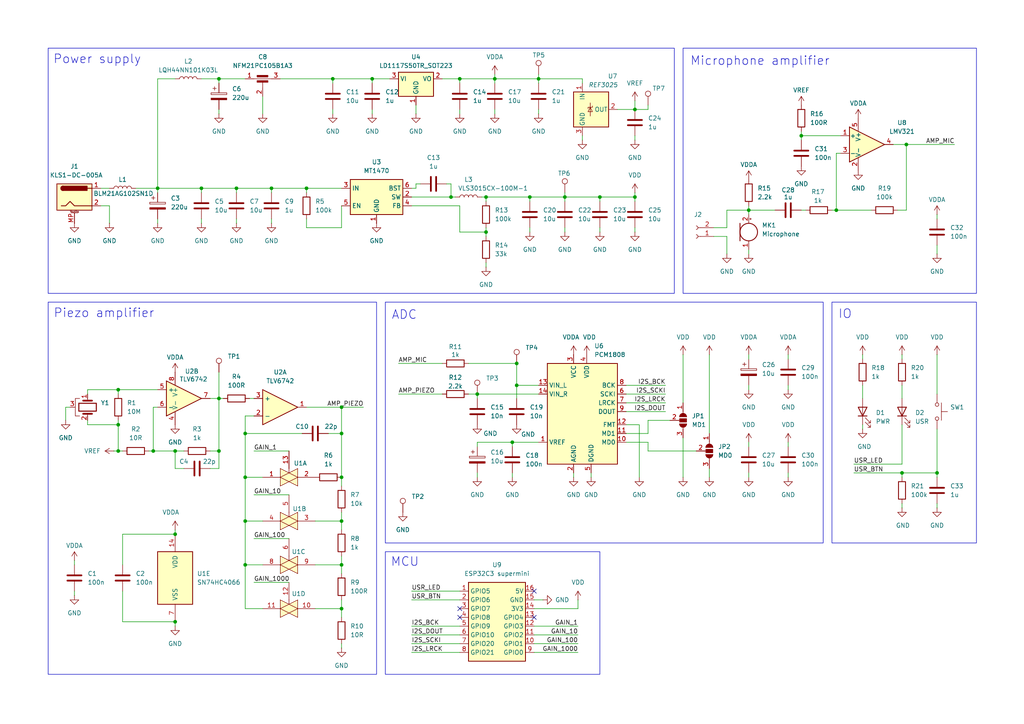
<source format=kicad_sch>
(kicad_sch (version 20231120) (generator "eeschema") (generator_version "8.0")
  (paper "A4")
  (junction (at 88.9 54.61))
  (junction (at 34.29 130.81))
  (junction (at 149.86 105.41))
  (junction (at 153.67 57.15))
  (junction (at 44.45 130.81))
  (junction (at 130.81 57.15))
  (junction (at 71.12 138.43))
  (junction (at 58.42 54.61))
  (junction (at 45.72 54.61))
  (junction (at 138.43 114.3))
  (junction (at 262.89 41.91))
  (junction (at 184.15 31.75))
  (junction (at 99.06 138.43))
  (junction (at 50.8 180.34))
  (junction (at 34.29 113.03))
  (junction (at 149.86 111.76))
  (junction (at 184.15 57.15))
  (junction (at 140.97 67.31))
  (junction (at 50.8 130.81))
  (junction (at 63.5 130.81))
  (junction (at 99.06 118.11))
  (junction (at 50.8 154.94))
  (junction (at 217.17 60.96))
  (junction (at 71.12 125.73))
  (junction (at 99.06 163.83))
  (junction (at 163.83 57.15))
  (junction (at 96.52 22.86))
  (junction (at 99.06 151.13))
  (junction (at 148.59 128.27))
  (junction (at 107.95 22.86))
  (junction (at 261.62 137.16))
  (junction (at 232.41 39.37))
  (junction (at 63.5 115.57))
  (junction (at 78.74 54.61))
  (junction (at 133.35 22.86))
  (junction (at 143.51 22.86))
  (junction (at 68.58 54.61))
  (junction (at 173.99 57.15))
  (junction (at 99.06 125.73))
  (junction (at 63.5 22.86))
  (junction (at 140.97 57.15))
  (junction (at 271.78 137.16))
  (junction (at 156.21 22.86))
  (junction (at 71.12 163.83))
  (junction (at 99.06 176.53))
  (junction (at 71.12 151.13))
  (junction (at 34.29 123.19))
  (junction (at 242.57 60.96))
  (no_connect (at 133.35 176.53))
  (no_connect (at 154.94 171.45))
  (no_connect (at 154.94 179.07))
  (no_connect (at 133.35 179.07))
  (wire (pts (xy 154.94 184.15) (xy 167.64 184.15)))
  (wire (pts (xy 228.6 128.27) (xy 228.6 129.54)))
  (wire (pts (xy 138.43 128.27) (xy 148.59 128.27)))
  (wire (pts (xy 34.29 123.19) (xy 34.29 121.92)))
  (wire (pts (xy 31.75 59.69) (xy 29.21 59.69)))
  (wire (pts (xy 205.74 135.89) (xy 205.74 138.43)))
  (wire (pts (xy 232.41 39.37) (xy 243.84 39.37)))
  (wire (pts (xy 63.5 31.75) (xy 63.5 33.02)))
  (wire (pts (xy 217.17 60.96) (xy 217.17 62.23)))
  (wire (pts (xy 167.64 176.53) (xy 154.94 176.53)))
  (wire (pts (xy 34.29 130.81) (xy 34.29 123.19)))
  (wire (pts (xy 262.89 60.96) (xy 260.35 60.96)))
  (wire (pts (xy 187.96 125.73) (xy 181.61 125.73)))
  (wire (pts (xy 99.06 173.99) (xy 99.06 176.53)))
  (wire (pts (xy 81.28 22.86) (xy 96.52 22.86)))
  (wire (pts (xy 88.9 55.88) (xy 88.9 54.61)))
  (wire (pts (xy 71.12 125.73) (xy 71.12 120.65)))
  (wire (pts (xy 78.74 54.61) (xy 78.74 55.88)))
  (wire (pts (xy 119.38 57.15) (xy 130.81 57.15)))
  (wire (pts (xy 45.72 22.86) (xy 45.72 54.61)))
  (wire (pts (xy 91.44 163.83) (xy 99.06 163.83)))
  (wire (pts (xy 76.2 176.53) (xy 71.12 176.53)))
  (wire (pts (xy 99.06 151.13) (xy 99.06 153.67)))
  (wire (pts (xy 19.05 121.92) (xy 19.05 118.11)))
  (wire (pts (xy 217.17 102.87) (xy 217.17 104.14)))
  (wire (pts (xy 247.65 137.16) (xy 261.62 137.16)))
  (wire (pts (xy 250.19 123.19) (xy 250.19 124.46)))
  (wire (pts (xy 44.45 118.11) (xy 44.45 130.81)))
  (wire (pts (xy 50.8 130.81) (xy 53.34 130.81)))
  (wire (pts (xy 58.42 22.86) (xy 63.5 22.86)))
  (wire (pts (xy 167.64 173.99) (xy 167.64 176.53)))
  (wire (pts (xy 242.57 44.45) (xy 242.57 60.96)))
  (wire (pts (xy 217.17 111.76) (xy 217.17 113.03)))
  (wire (pts (xy 247.65 134.62) (xy 261.62 134.62)))
  (wire (pts (xy 262.89 41.91) (xy 262.89 60.96)))
  (wire (pts (xy 210.82 66.04) (xy 210.82 60.96)))
  (wire (pts (xy 63.5 115.57) (xy 63.5 130.81)))
  (wire (pts (xy 71.12 151.13) (xy 71.12 163.83)))
  (wire (pts (xy 119.38 171.45) (xy 133.35 171.45)))
  (wire (pts (xy 163.83 57.15) (xy 173.99 57.15)))
  (wire (pts (xy 138.43 128.27) (xy 138.43 129.54)))
  (wire (pts (xy 25.4 123.19) (xy 34.29 123.19)))
  (wire (pts (xy 198.12 102.87) (xy 198.12 116.84)))
  (wire (pts (xy 95.25 125.73) (xy 99.06 125.73)))
  (wire (pts (xy 119.38 184.15) (xy 133.35 184.15)))
  (wire (pts (xy 63.5 115.57) (xy 64.77 115.57)))
  (wire (pts (xy 133.35 67.31) (xy 140.97 67.31)))
  (wire (pts (xy 60.96 115.57) (xy 63.5 115.57)))
  (wire (pts (xy 99.06 179.07) (xy 99.06 176.53)))
  (wire (pts (xy 63.5 135.89) (xy 60.96 135.89)))
  (wire (pts (xy 140.97 57.15) (xy 140.97 58.42)))
  (wire (pts (xy 148.59 138.43) (xy 148.59 137.16)))
  (wire (pts (xy 271.78 137.16) (xy 271.78 138.43)))
  (wire (pts (xy 76.2 163.83) (xy 71.12 163.83)))
  (wire (pts (xy 107.95 22.86) (xy 113.03 22.86)))
  (wire (pts (xy 173.99 57.15) (xy 184.15 57.15)))
  (wire (pts (xy 58.42 63.5) (xy 58.42 64.77)))
  (wire (pts (xy 35.56 180.34) (xy 50.8 180.34)))
  (wire (pts (xy 163.83 58.42) (xy 163.83 57.15)))
  (wire (pts (xy 271.78 102.87) (xy 271.78 114.3)))
  (wire (pts (xy 154.94 181.61) (xy 167.64 181.61)))
  (wire (pts (xy 187.96 128.27) (xy 181.61 128.27)))
  (wire (pts (xy 34.29 113.03) (xy 34.29 114.3)))
  (wire (pts (xy 39.37 54.61) (xy 45.72 54.61)))
  (wire (pts (xy 71.12 125.73) (xy 87.63 125.73)))
  (wire (pts (xy 149.86 111.76) (xy 156.21 111.76)))
  (wire (pts (xy 181.61 111.76) (xy 193.04 111.76)))
  (wire (pts (xy 140.97 67.31) (xy 140.97 68.58)))
  (wire (pts (xy 241.3 60.96) (xy 242.57 60.96)))
  (wire (pts (xy 121.92 53.34) (xy 120.65 53.34)))
  (wire (pts (xy 25.4 113.03) (xy 25.4 114.3)))
  (wire (pts (xy 217.17 137.16) (xy 217.17 138.43)))
  (wire (pts (xy 261.62 137.16) (xy 261.62 138.43)))
  (wire (pts (xy 261.62 147.32) (xy 261.62 146.05)))
  (wire (pts (xy 168.91 39.37) (xy 168.91 40.64)))
  (wire (pts (xy 45.72 54.61) (xy 58.42 54.61)))
  (wire (pts (xy 187.96 121.92) (xy 187.96 125.73)))
  (wire (pts (xy 181.61 114.3) (xy 193.04 114.3)))
  (wire (pts (xy 138.43 114.3) (xy 156.21 114.3)))
  (wire (pts (xy 21.59 172.72) (xy 21.59 171.45)))
  (wire (pts (xy 173.99 58.42) (xy 173.99 57.15)))
  (wire (pts (xy 133.35 22.86) (xy 143.51 22.86)))
  (wire (pts (xy 88.9 118.11) (xy 99.06 118.11)))
  (wire (pts (xy 149.86 111.76) (xy 149.86 115.57)))
  (wire (pts (xy 210.82 73.66) (xy 210.82 68.58)))
  (wire (pts (xy 50.8 153.67) (xy 50.8 154.94)))
  (wire (pts (xy 140.97 67.31) (xy 140.97 66.04)))
  (wire (pts (xy 21.59 162.56) (xy 21.59 163.83)))
  (wire (pts (xy 179.07 31.75) (xy 184.15 31.75)))
  (wire (pts (xy 99.06 118.11) (xy 99.06 125.73)))
  (wire (pts (xy 184.15 39.37) (xy 184.15 40.64)))
  (wire (pts (xy 73.66 130.81) (xy 83.82 130.81)))
  (wire (pts (xy 261.62 111.76) (xy 261.62 115.57)))
  (wire (pts (xy 107.95 24.13) (xy 107.95 22.86)))
  (wire (pts (xy 261.62 102.87) (xy 261.62 104.14)))
  (wire (pts (xy 271.78 62.23) (xy 271.78 63.5)))
  (wire (pts (xy 63.5 24.13) (xy 63.5 22.86)))
  (wire (pts (xy 149.86 105.41) (xy 149.86 111.76)))
  (wire (pts (xy 228.6 102.87) (xy 228.6 104.14)))
  (wire (pts (xy 96.52 22.86) (xy 107.95 22.86)))
  (wire (pts (xy 156.21 24.13) (xy 156.21 22.86)))
  (wire (pts (xy 181.61 119.38) (xy 193.04 119.38)))
  (wire (pts (xy 184.15 66.04) (xy 184.15 67.31)))
  (wire (pts (xy 33.02 130.81) (xy 34.29 130.81)))
  (wire (pts (xy 217.17 60.96) (xy 224.79 60.96)))
  (wire (pts (xy 120.65 53.34) (xy 120.65 54.61)))
  (wire (pts (xy 242.57 44.45) (xy 243.84 44.45)))
  (wire (pts (xy 135.89 105.41) (xy 149.86 105.41)))
  (wire (pts (xy 115.57 114.3) (xy 128.27 114.3)))
  (wire (pts (xy 232.41 60.96) (xy 233.68 60.96)))
  (wire (pts (xy 271.78 146.05) (xy 271.78 147.32)))
  (wire (pts (xy 168.91 24.13) (xy 168.91 22.86)))
  (wire (pts (xy 99.06 140.97) (xy 99.06 138.43)))
  (wire (pts (xy 128.27 22.86) (xy 133.35 22.86)))
  (wire (pts (xy 35.56 163.83) (xy 35.56 154.94)))
  (wire (pts (xy 71.12 138.43) (xy 71.12 151.13)))
  (wire (pts (xy 76.2 151.13) (xy 71.12 151.13)))
  (wire (pts (xy 129.54 53.34) (xy 130.81 53.34)))
  (wire (pts (xy 138.43 137.16) (xy 138.43 138.43)))
  (wire (pts (xy 19.05 118.11) (xy 20.32 118.11)))
  (wire (pts (xy 73.66 143.51) (xy 83.82 143.51)))
  (wire (pts (xy 153.67 57.15) (xy 163.83 57.15)))
  (wire (pts (xy 34.29 130.81) (xy 35.56 130.81)))
  (wire (pts (xy 63.5 130.81) (xy 63.5 135.89)))
  (wire (pts (xy 99.06 161.29) (xy 99.06 163.83)))
  (wire (pts (xy 50.8 22.86) (xy 45.72 22.86)))
  (wire (pts (xy 96.52 31.75) (xy 96.52 33.02)))
  (wire (pts (xy 99.06 118.11) (xy 105.41 118.11)))
  (wire (pts (xy 261.62 134.62) (xy 261.62 123.19)))
  (wire (pts (xy 184.15 58.42) (xy 184.15 57.15)))
  (wire (pts (xy 153.67 66.04) (xy 153.67 67.31)))
  (wire (pts (xy 187.96 30.48) (xy 187.96 31.75)))
  (wire (pts (xy 99.06 166.37) (xy 99.06 163.83)))
  (wire (pts (xy 99.06 66.04) (xy 99.06 59.69)))
  (wire (pts (xy 88.9 66.04) (xy 99.06 66.04)))
  (wire (pts (xy 154.94 186.69) (xy 167.64 186.69)))
  (wire (pts (xy 76.2 27.94) (xy 76.2 33.02)))
  (wire (pts (xy 156.21 21.59) (xy 156.21 22.86)))
  (wire (pts (xy 60.96 130.81) (xy 63.5 130.81)))
  (wire (pts (xy 58.42 55.88) (xy 58.42 54.61)))
  (wire (pts (xy 130.81 53.34) (xy 130.81 57.15)))
  (wire (pts (xy 250.19 102.87) (xy 250.19 104.14)))
  (wire (pts (xy 76.2 138.43) (xy 71.12 138.43)))
  (wire (pts (xy 73.66 156.21) (xy 83.82 156.21)))
  (wire (pts (xy 63.5 22.86) (xy 71.12 22.86)))
  (wire (pts (xy 210.82 60.96) (xy 217.17 60.96)))
  (wire (pts (xy 198.12 127) (xy 198.12 138.43)))
  (wire (pts (xy 73.66 168.91) (xy 83.82 168.91)))
  (wire (pts (xy 187.96 31.75) (xy 184.15 31.75)))
  (wire (pts (xy 99.06 148.59) (xy 99.06 151.13)))
  (wire (pts (xy 228.6 113.03) (xy 228.6 111.76)))
  (wire (pts (xy 185.42 138.43) (xy 185.42 123.19)))
  (wire (pts (xy 140.97 76.2) (xy 140.97 77.47)))
  (wire (pts (xy 171.45 138.43) (xy 171.45 137.16)))
  (wire (pts (xy 133.35 59.69) (xy 133.35 67.31)))
  (wire (pts (xy 140.97 57.15) (xy 153.67 57.15)))
  (wire (pts (xy 72.39 115.57) (xy 73.66 115.57)))
  (wire (pts (xy 143.51 22.86) (xy 156.21 22.86)))
  (wire (pts (xy 181.61 116.84) (xy 193.04 116.84)))
  (wire (pts (xy 119.38 59.69) (xy 133.35 59.69)))
  (wire (pts (xy 119.38 173.99) (xy 133.35 173.99)))
  (wire (pts (xy 34.29 113.03) (xy 45.72 113.03)))
  (wire (pts (xy 44.45 130.81) (xy 43.18 130.81)))
  (wire (pts (xy 96.52 22.86) (xy 96.52 24.13)))
  (wire (pts (xy 143.51 31.75) (xy 143.51 33.02)))
  (wire (pts (xy 68.58 63.5) (xy 68.58 64.77)))
  (wire (pts (xy 143.51 21.59) (xy 143.51 22.86)))
  (wire (pts (xy 252.73 60.96) (xy 242.57 60.96)))
  (wire (pts (xy 250.19 111.76) (xy 250.19 115.57)))
  (wire (pts (xy 139.7 57.15) (xy 140.97 57.15)))
  (wire (pts (xy 194.31 121.92) (xy 187.96 121.92)))
  (wire (pts (xy 156.21 22.86) (xy 168.91 22.86)))
  (wire (pts (xy 45.72 118.11) (xy 44.45 118.11)))
  (wire (pts (xy 35.56 171.45) (xy 35.56 180.34)))
  (wire (pts (xy 99.06 125.73) (xy 99.06 138.43)))
  (wire (pts (xy 232.41 39.37) (xy 232.41 40.64)))
  (wire (pts (xy 201.93 130.81) (xy 187.96 130.81)))
  (wire (pts (xy 207.01 66.04) (xy 210.82 66.04)))
  (wire (pts (xy 25.4 121.92) (xy 25.4 123.19)))
  (wire (pts (xy 135.89 114.3) (xy 138.43 114.3)))
  (wire (pts (xy 130.81 57.15) (xy 132.08 57.15)))
  (wire (pts (xy 119.38 186.69) (xy 133.35 186.69)))
  (wire (pts (xy 185.42 123.19) (xy 181.61 123.19)))
  (wire (pts (xy 228.6 138.43) (xy 228.6 137.16)))
  (wire (pts (xy 232.41 38.1) (xy 232.41 39.37)))
  (wire (pts (xy 173.99 66.04) (xy 173.99 67.31)))
  (wire (pts (xy 91.44 151.13) (xy 99.06 151.13)))
  (wire (pts (xy 63.5 107.95) (xy 63.5 115.57)))
  (wire (pts (xy 119.38 189.23) (xy 133.35 189.23)))
  (wire (pts (xy 120.65 54.61) (xy 119.38 54.61)))
  (wire (pts (xy 187.96 130.81) (xy 187.96 128.27)))
  (wire (pts (xy 148.59 129.54) (xy 148.59 128.27)))
  (wire (pts (xy 154.94 189.23) (xy 167.64 189.23)))
  (wire (pts (xy 163.83 55.88) (xy 163.83 57.15)))
  (wire (pts (xy 71.12 120.65) (xy 73.66 120.65)))
  (wire (pts (xy 50.8 135.89) (xy 50.8 130.81)))
  (wire (pts (xy 68.58 55.88) (xy 68.58 54.61)))
  (wire (pts (xy 99.06 186.69) (xy 99.06 187.96)))
  (wire (pts (xy 133.35 24.13) (xy 133.35 22.86)))
  (wire (pts (xy 262.89 41.91) (xy 276.86 41.91)))
  (wire (pts (xy 119.38 181.61) (xy 133.35 181.61)))
  (wire (pts (xy 68.58 54.61) (xy 78.74 54.61)))
  (wire (pts (xy 31.75 64.77) (xy 31.75 59.69)))
  (wire (pts (xy 210.82 68.58) (xy 207.01 68.58)))
  (wire (pts (xy 34.29 113.03) (xy 25.4 113.03)))
  (wire (pts (xy 45.72 63.5) (xy 45.72 64.77)))
  (wire (pts (xy 184.15 31.75) (xy 184.15 29.21)))
  (wire (pts (xy 45.72 55.88) (xy 45.72 54.61)))
  (wire (pts (xy 58.42 54.61) (xy 68.58 54.61)))
  (wire (pts (xy 271.78 124.46) (xy 271.78 137.16)))
  (wire (pts (xy 71.12 176.53) (xy 71.12 163.83)))
  (wire (pts (xy 71.12 125.73) (xy 71.12 138.43)))
  (wire (pts (xy 115.57 105.41) (xy 128.27 105.41)))
  (wire (pts (xy 153.67 58.42) (xy 153.67 57.15)))
  (wire (pts (xy 29.21 54.61) (xy 31.75 54.61)))
  (wire (pts (xy 133.35 31.75) (xy 133.35 33.02)))
  (wire (pts (xy 217.17 128.27) (xy 217.17 129.54)))
  (wire (pts (xy 166.37 138.43) (xy 166.37 137.16)))
  (wire (pts (xy 138.43 114.3) (xy 138.43 115.57)))
  (wire (pts (xy 50.8 130.81) (xy 44.45 130.81)))
  (wire (pts (xy 148.59 128.27) (xy 156.21 128.27)))
  (wire (pts (xy 156.21 31.75) (xy 156.21 33.02)))
  (wire (pts (xy 184.15 55.88) (xy 184.15 57.15)))
  (wire (pts (xy 78.74 63.5) (xy 78.74 64.77)))
  (wire (pts (xy 107.95 31.75) (xy 107.95 33.02)))
  (wire (pts (xy 154.94 173.99) (xy 157.48 173.99)))
  (wire (pts (xy 205.74 102.87) (xy 205.74 125.73)))
  (wire (pts (xy 91.44 176.53) (xy 99.06 176.53)))
  (wire (pts (xy 50.8 180.34) (xy 50.8 181.61)))
  (wire (pts (xy 217.17 73.66) (xy 217.17 72.39)))
  (wire (pts (xy 163.83 66.04) (xy 163.83 67.31)))
  (wire (pts (xy 261.62 137.16) (xy 271.78 137.16)))
  (wire (pts (xy 259.08 41.91) (xy 262.89 41.91)))
  (wire (pts (xy 88.9 63.5) (xy 88.9 66.04)))
  (wire (pts (xy 78.74 54.61) (xy 88.9 54.61)))
  (wire (pts (xy 143.51 24.13) (xy 143.51 22.86)))
  (wire (pts (xy 35.56 154.94) (xy 50.8 154.94)))
  (wire (pts (xy 53.34 135.89) (xy 50.8 135.89)))
  (wire (pts (xy 217.17 59.69) (xy 217.17 60.96)))
  (wire (pts (xy 88.9 54.61) (xy 99.06 54.61)))
  (wire (pts (xy 271.78 73.66) (xy 271.78 71.12)))
  (wire (pts (xy 120.65 30.48) (xy 120.65 33.02)))
  (rectangle (start 13.97 87.63) (end 109.22 195.58))
  (rectangle (start 111.76 87.63) (end 238.76 157.48))
  (rectangle (start 198.12 13.97) (end 283.21 85.09))
  (rectangle (start 241.3 87.63) (end 283.21 157.48))
  (rectangle (start 111.76 160.02) (end 173.99 195.58))
  (rectangle (start 13.97 13.97) (end 195.58 85.09))
  (text "ADC" (at 113.538 91.44 0) (effects (font (size 2.54 2.54)) (justify left)))
  (text "Power supply" (at 28.194 17.272 0) (effects (font (size 2.54 2.54))))
  (text "Piezo amplifier" (at 15.494 90.932 0) (effects (font (size 2.54 2.54)) (justify left)))
  (text "Microphone amplifier" (at 200.152 17.78 0) (effects (font (size 2.54 2.54)) (justify left)))
  (text "IO" (at 243.078 91.186 0) (effects (font (size 2.54 2.54)) (justify left)))
  (text "MCU" (at 113.284 163.068 0) (effects (font (size 2.54 2.54)) (justify left)))
  (label "GAIN_100" (at 167.64 186.69 180))
  (label "USR_BTN" (at 119.38 173.99 0))
  (label "I2S_DOUT" (at 193.04 119.38 180))
  (label "I2S_LRCK" (at 119.38 189.23 0))
  (label "GAIN_1" (at 167.64 181.61 180))
  (label "AMP_MIC" (at 276.86 41.91 180))
  (label "I2S_SCKI" (at 193.04 114.3 180))
  (label "GAIN_10" (at 73.66 143.51 0))
  (label "GAIN_1000" (at 73.66 168.91 0))
  (label "AMP_PIEZO" (at 115.57 114.3 0))
  (label "GAIN_1000" (at 167.64 189.23 180))
  (label "I2S_LRCK" (at 193.04 116.84 180))
  (label "USR_BTN" (at 247.65 137.16 0))
  (label "I2S_SCKI" (at 119.38 186.69 0))
  (label "GAIN_100" (at 73.66 156.21 0))
  (label "USR_LED" (at 119.38 171.45 0))
  (label "I2S_DOUT" (at 119.38 184.15 0))
  (label "GAIN_1" (at 73.66 130.81 0))
  (label "USR_LED" (at 247.65 134.62 0))
  (label "I2S_BCK" (at 119.38 181.61 0))
  (label "AMP_MIC" (at 115.57 105.41 0))
  (label "GAIN_10" (at 167.64 184.15 180))
  (label "AMP_PIEZO" (at 105.41 118.11 180))
  (label "I2S_BCK" (at 193.04 111.76 180))
  (symbol (lib_id "Device:C") (at 21.59 167.64 0) (unit 1)
    (property "Reference" "C1" (at 25.4 166.3699 0) (effects (justify left)))
    (property "Value" "100n" (at 25.4 168.9099 0) (effects (justify left)))
    (property "Footprint" "Capacitor_SMD:C_0603_1608Metric_Pad1.08x0.95mm_HandSolder" (effects (hide yes)))
    (property "Description" "Unpolarized capacitor" (effects (hide yes)))
  )
  (symbol (lib_id "power:GND") (at 261.62 147.32 0) (unit 1)
    (property "Reference" "#PWR069" (effects (hide yes)))
    (property "Value" "GND" (at 261.874 152.4 0))
    (property "Description" "Power symbol creates a global label with name \"GND\" , ground" (effects (hide yes)))
  )
  (symbol (lib_id "Connector:TestPoint") (at 116.84 148.59 0) (unit 1)
    (property "Reference" "TP2" (at 119.38 144.0179 0) (effects (justify left)))
    (property "Value" "TestPoint" (effects (hide yes)))
    (property "Footprint" "TestPoint:TestPoint_Pad_D2.0mm" (effects (hide yes)))
    (property "Description" "test point" (effects (hide yes)))
  )
  (symbol (lib_id "power:GND") (at 166.37 138.43 0) (unit 1)
    (property "Reference" "#PWR037" (effects (hide yes)))
    (property "Value" "GND" (at 166.37 143.51 0))
    (property "Description" "Power symbol creates a global label with name \"GND\" , ground" (effects (hide yes)))
  )
  (symbol (lib_id "Connector:TestPoint") (at 187.96 30.48 0) (unit 1)
    (property "Reference" "TP7" (at 189.23 25.654 0) (effects (justify left)))
    (property "Value" "TestPoint" (effects (hide yes)))
    (property "Footprint" "TestPoint:TestPoint_Pad_D2.0mm" (effects (hide yes)))
    (property "Description" "test point" (effects (hide yes)))
  )
  (symbol (lib_id "Device:C") (at 156.21 27.94 0) (unit 1)
    (property "Reference" "C21" (at 160.02 26.6699 0) (effects (justify left)))
    (property "Value" "1u" (at 160.02 29.2099 0) (effects (justify left)))
    (property "Footprint" "Capacitor_SMD:C_0603_1608Metric_Pad1.08x0.95mm_HandSolder" (effects (hide yes)))
    (property "Description" "Unpolarized capacitor" (effects (hide yes)))
  )
  (symbol (lib_id "power:VDD") (at 167.64 173.99 0) (unit 1)
    (property "Reference" "#PWR035" (effects (hide yes)))
    (property "Value" "VDD" (at 167.64 168.91 0))
    (property "Description" "Power symbol creates a global label with name \"VDD\"" (effects (hide yes)))
  )
  (symbol (lib_id "power:VDD") (at 217.17 128.27 0) (unit 1)
    (property "Reference" "#PWR056" (effects (hide yes)))
    (property "Value" "VDD" (at 217.17 123.19 0))
    (property "Description" "Power symbol creates a global label with name \"VDD\"" (effects (hide yes)))
  )
  (symbol (lib_id "Jumper:SolderJumper_3_Open") (at 205.74 130.81 270) (unit 1) (exclude_from_sim yes) (in_bom no)
    (property "Reference" "JP2" (at 208.28 129.5399 90) (effects (justify left)))
    (property "Value" "MD0" (at 208.28 132.0799 90) (effects (justify left)))
    (property "Footprint" "Jumper:SolderJumper-3_P1.3mm_Open_RoundedPad1.0x1.5mm" (effects (hide yes)))
    (property "Description" "Solder Jumper, 3-pole, open" (effects (hide yes)))
  )
  (symbol (lib_id "power:GND") (at 68.58 64.77 0) (unit 1)
    (property "Reference" "#PWR014" (effects (hide yes)))
    (property "Value" "GND" (at 68.58 69.85 0))
    (property "Description" "Power symbol creates a global label with name \"GND\" , ground" (effects (hide yes)))
  )
  (symbol (lib_id "Device:C") (at 107.95 27.94 0) (unit 1)
    (property "Reference" "C12" (at 111.76 26.6699 0) (effects (justify left)))
    (property "Value" "1u" (at 111.76 29.2099 0) (effects (justify left)))
    (property "Footprint" "Capacitor_SMD:C_0603_1608Metric_Pad1.08x0.95mm_HandSolder" (effects (hide yes)))
    (property "Description" "Unpolarized capacitor" (effects (hide yes)))
  )
  (symbol (lib_id "Device:R") (at 68.58 115.57 270) (unit 1)
    (property "Reference" "R4" (at 68.58 109.22 90))
    (property "Value" "100R" (at 68.58 111.76 90))
    (property "Footprint" "Resistor_SMD:R_0603_1608Metric_Pad0.98x0.95mm_HandSolder" (effects (hide yes)))
    (property "Description" "Resistor" (effects (hide yes)))
  )
  (symbol (lib_id "power:GND") (at 19.05 121.92 0) (unit 1)
    (property "Reference" "#PWR01" (effects (hide yes)))
    (property "Value" "GND" (at 19.05 127 0))
    (property "Description" "Power symbol creates a global label with name \"GND\" , ground" (effects (hide yes)))
  )
  (symbol (lib_id "power:GND") (at 78.74 64.77 0) (unit 1)
    (property "Reference" "#PWR016" (effects (hide yes)))
    (property "Value" "GND" (at 78.74 69.85 0))
    (property "Description" "Power symbol creates a global label with name \"GND\" , ground" (effects (hide yes)))
  )
  (symbol (lib_id "Device:C") (at 133.35 27.94 0) (unit 1)
    (property "Reference" "C14" (at 137.16 26.6699 0) (effects (justify left)))
    (property "Value" "1u" (at 137.16 29.2099 0) (effects (justify left)))
    (property "Footprint" "Capacitor_SMD:C_0603_1608Metric_Pad1.08x0.95mm_HandSolder" (effects (hide yes)))
    (property "Description" "Unpolarized capacitor" (effects (hide yes)))
  )
  (symbol (lib_id "power:VDDA") (at 217.17 52.07 0) (unit 1)
    (property "Reference" "#PWR052" (effects (hide yes)))
    (property "Value" "VDDA" (at 217.17 47.752 0))
    (property "Description" "Power symbol creates a global label with name \"VDDA\"" (effects (hide yes)))
  )
  (symbol (lib_id "power:GND") (at 171.45 138.43 0) (unit 1)
    (property "Reference" "#PWR040" (effects (hide yes)))
    (property "Value" "GND" (at 171.45 143.51 0))
    (property "Description" "Power symbol creates a global label with name \"GND\" , ground" (effects (hide yes)))
  )
  (symbol (lib_id "power:GND") (at 184.15 67.31 0) (unit 1)
    (property "Reference" "#PWR045" (effects (hide yes)))
    (property "Value" "GND" (at 184.15 72.39 0))
    (property "Description" "Power symbol creates a global label with name \"GND\" , ground" (effects (hide yes)))
  )
  (symbol (lib_id "power:GND") (at 163.83 67.31 0) (unit 1)
    (property "Reference" "#PWR034" (effects (hide yes)))
    (property "Value" "GND" (at 163.83 72.39 0))
    (property "Description" "Power symbol creates a global label with name \"GND\" , ground" (effects (hide yes)))
  )
  (symbol (lib_id "4xxx:4066") (at 83.82 138.43 0) (unit 1)
    (property "Reference" "U1" (at 87.122 134.366 0))
    (property "Value" "SN74HC4066" (effects (hide yes)))
    (property "Footprint" "Package_SO:SO-14_3.9x8.65mm_P1.27mm" (effects (hide yes)))
    (property "Datasheet" "http://www.ti.com/lit/ds/symlink/cd4066b.pdf" (effects (hide yes)))
    (property "Description" "Quad Analog Switches" (effects (hide yes)))
  )
  (symbol (lib_id "power:GND") (at 184.15 40.64 0) (unit 1)
    (property "Reference" "#PWR043" (effects (hide yes)))
    (property "Value" "GND" (at 184.15 45.72 0))
    (property "Description" "Power symbol creates a global label with name \"GND\" , ground" (effects (hide yes)))
  )
  (symbol (lib_id "power:GND") (at 21.59 64.77 0) (unit 1)
    (property "Reference" "#PWR02" (effects (hide yes)))
    (property "Value" "GND" (at 21.59 69.85 0))
    (property "Description" "Power symbol creates a global label with name \"GND\" , ground" (effects (hide yes)))
  )
  (symbol (lib_id "Connector:TestPoint") (at 63.5 107.95 0) (unit 1)
    (property "Reference" "TP1" (at 66.04 103.3779 0) (effects (justify left)))
    (property "Value" "TestPoint" (effects (hide yes)))
    (property "Footprint" "TestPoint:TestPoint_Pad_D2.0mm" (effects (hide yes)))
    (property "Description" "test point" (effects (hide yes)))
  )
  (symbol (lib_id "Device:R") (at 140.97 62.23 0) (unit 1)
    (property "Reference" "R13" (at 143.51 60.9599 0) (effects (justify left)))
    (property "Value" "100k" (at 143.51 63.4999 0) (effects (justify left)))
    (property "Footprint" "Resistor_SMD:R_0603_1608Metric_Pad0.98x0.95mm_HandSolder" (effects (hide yes)))
    (property "Description" "Resistor" (effects (hide yes)))
  )
  (symbol (lib_id "power:VDDA") (at 50.8 153.67 0) (unit 1)
    (property "Reference" "#PWR010" (effects (hide yes)))
    (property "Value" "VDDA" (at 49.53 148.59 0))
    (property "Description" "Power symbol creates a global label with name \"VDDA\"" (effects (hide yes)))
  )
  (symbol (lib_id "Device:R") (at 261.62 107.95 0) (unit 1)
    (property "Reference" "R20" (at 264.16 106.6799 0) (effects (justify left)))
    (property "Value" "1k" (at 264.16 109.2199 0) (effects (justify left)))
    (property "Footprint" "Resistor_SMD:R_0603_1608Metric_Pad0.98x0.95mm_HandSolder" (effects (hide yes)))
    (property "Description" "Resistor" (effects (hide yes)))
  )
  (symbol (lib_id "Device:C_Polarized") (at 217.17 107.95 0) (unit 1)
    (property "Reference" "C26" (at 220.98 105.7909 0) (effects (justify left)))
    (property "Value" "10u" (at 220.98 108.3309 0) (effects (justify left)))
    (property "Footprint" "Capacitor_Tantalum_SMD:CP_EIA-3216-12_Kemet-S_Pad1.58x1.35mm_HandSolder" (effects (hide yes)))
    (property "Description" "Polarized capacitor" (effects (hide yes)))
  )
  (symbol (lib_id "Device:C") (at 184.15 35.56 0) (unit 1)
    (property "Reference" "C24" (at 187.96 34.2899 0) (effects (justify left)))
    (property "Value" "1u" (at 187.96 36.8299 0) (effects (justify left)))
    (property "Footprint" "Capacitor_SMD:C_0603_1608Metric_Pad1.08x0.95mm_HandSolder" (effects (hide yes)))
    (property "Description" "Unpolarized capacitor" (effects (hide yes)))
  )
  (symbol (lib_id "power:VDDA") (at 248.92 34.29 0) (unit 1)
    (property "Reference" "#PWR064" (effects (hide yes)))
    (property "Value" "VDDA" (at 248.92 29.972 0))
    (property "Description" "Power symbol creates a global label with name \"VDDA\"" (effects (hide yes)))
  )
  (symbol (lib_id "power:GND") (at 96.52 33.02 0) (unit 1)
    (property "Reference" "#PWR017" (effects (hide yes)))
    (property "Value" "GND" (at 96.52 38.1 0))
    (property "Description" "Power symbol creates a global label with name \"GND\" , ground" (effects (hide yes)))
  )
  (symbol (lib_id "power:GND") (at 138.43 123.19 0) (unit 1)
    (property "Reference" "#PWR024" (effects (hide yes)))
    (property "Value" "GND" (at 142.24 125.73 0))
    (property "Description" "Power symbol creates a global label with name \"GND\" , ground" (effects (hide yes)))
  )
  (symbol (lib_id "Device:C_Polarized") (at 138.43 133.35 0) (unit 1)
    (property "Reference" "C16" (at 142.24 131.1909 0) (effects (justify left)))
    (property "Value" "10u" (at 142.24 133.7309 0) (effects (justify left)))
    (property "Footprint" "Capacitor_Tantalum_SMD:CP_EIA-3216-12_Kemet-S_Pad1.58x1.35mm_HandSolder" (effects (hide yes)))
    (property "Description" "Polarized capacitor" (effects (hide yes)))
  )
  (symbol (lib_id "Connector:Conn_01x02_Socket") (at 201.93 68.58 180) (unit 1)
    (property "Reference" "J2" (at 202.438 62.23 0))
    (property "Value" "Conn_01x02_Socket" (effects (hide yes)))
    (property "Footprint" "Connector_PinHeader_2.00mm:PinHeader_1x02_P2.00mm_Vertical" (effects (hide yes)))
    (property "Description" "Generic connector, single row, 01x02, script generated" (effects (hide yes)))
  )
  (symbol (lib_id "Device:R") (at 99.06 182.88 180) (unit 1)
    (property "Reference" "R10" (at 101.6 181.6099 0) (effects (justify right)))
    (property "Value" "10R" (at 101.6 184.1499 0) (effects (justify right)))
    (property "Footprint" "Resistor_SMD:R_0603_1608Metric_Pad0.98x0.95mm_HandSolder" (effects (hide yes)))
    (property "Description" "Resistor" (effects (hide yes)))
  )
  (symbol (lib_id "Device:R") (at 232.41 34.29 180) (unit 1)
    (property "Reference" "R16" (at 234.95 33.0199 0) (effects (justify right)))
    (property "Value" "100R" (at 234.95 35.5599 0) (effects (justify right)))
    (property "Footprint" "Resistor_SMD:R_0603_1608Metric_Pad0.98x0.95mm_HandSolder" (effects (hide yes)))
    (property "Description" "Resistor" (effects (hide yes)))
  )
  (symbol (lib_id "power:GND") (at 120.65 33.02 0) (unit 1)
    (property "Reference" "#PWR022" (effects (hide yes)))
    (property "Value" "GND" (at 120.65 38.1 0))
    (property "Description" "Power symbol creates a global label with name \"GND\" , ground" (effects (hide yes)))
  )
  (symbol (lib_id "Device:C_Polarized") (at 45.72 59.69 0) (unit 1)
    (property "Reference" "C3" (at 49.53 57.5309 0) (effects (justify left)))
    (property "Value" "220u" (at 49.53 60.0709 0) (effects (justify left)))
    (property "Footprint" "Capacitor_SMD:CP_Elec_6.3x7.7" (effects (hide yes)))
    (property "Description" "Polarized capacitor" (effects (hide yes)))
  )
  (symbol (lib_id "Connector:TestPoint") (at 156.21 21.59 0) (unit 1)
    (property "Reference" "TP5" (at 154.432 16.002 0) (effects (justify left)))
    (property "Value" "TestPoint" (effects (hide yes)))
    (property "Footprint" "TestPoint:TestPoint_Pad_D2.0mm" (effects (hide yes)))
    (property "Description" "test point" (effects (hide yes)))
  )
  (symbol (lib_id "4xxx:4066") (at 50.8 167.64 0) (unit 5)
    (property "Reference" "U1" (at 57.15 166.3699 0) (effects (justify left)))
    (property "Value" "SN74HC4066" (at 57.15 168.9099 0) (effects (justify left)))
    (property "Footprint" "Package_SO:SO-14_3.9x8.65mm_P1.27mm" (effects (hide yes)))
    (property "Datasheet" "http://www.ti.com/lit/ds/symlink/cd4066b.pdf" (effects (hide yes)))
    (property "Description" "Quad Analog Switches" (effects (hide yes)))
  )
  (symbol (lib_id "Device:Opamp_Dual") (at 53.34 115.57 0) (unit 2)
    (property "Reference" "U2" (at 55.626 107.696 0))
    (property "Value" "TLV6742" (at 56.134 109.982 0))
    (property "Footprint" "Package_SO:SSOP-8_3.9x5.05mm_P1.27mm" (effects (hide yes)))
    (property "Description" "Dual operational amplifier" (effects (hide yes)))
    (property "Sim.Library" "${KICAD7_SYMBOL_DIR}/Simulation_SPICE.sp" (effects (hide yes)))
    (property "Sim.Name" "kicad_builtin_opamp_dual" (effects (hide yes)))
    (property "Sim.Device" "SUBCKT" (effects (hide yes)))
    (property "Sim.Pins" "1=out1 2=in1- 3=in1+ 4=vee 5=in2+ 6=in2- 7=out2 8=vcc" (effects (hide yes)))
  )
  (symbol (lib_id "Device:C") (at 232.41 44.45 180) (unit 1)
    (property "Reference" "C31" (at 236.22 43.1799 0) (effects (justify right)))
    (property "Value" "100n" (at 236.22 45.7199 0) (effects (justify right)))
    (property "Footprint" "Capacitor_SMD:C_0603_1608Metric_Pad1.08x0.95mm_HandSolder" (effects (hide yes)))
    (property "Description" "Unpolarized capacitor" (effects (hide yes)))
  )
  (symbol (lib_id "Device:R") (at 256.54 60.96 270) (unit 1)
    (property "Reference" "R19" (at 256.54 54.61 90))
    (property "Value" "100k" (at 256.54 57.15 90))
    (property "Footprint" "Resistor_SMD:R_0603_1608Metric_Pad0.98x0.95mm_HandSolder" (effects (hide yes)))
    (property "Description" "Resistor" (effects (hide yes)))
  )
  (symbol (lib_id "power:GND") (at 232.41 48.26 0) (unit 1)
    (property "Reference" "#PWR063" (effects (hide yes)))
    (property "Value" "GND" (at 232.41 53.34 0))
    (property "Description" "Power symbol creates a global label with name \"GND\" , ground" (effects (hide yes)))
  )
  (symbol (lib_id "power:GND") (at 63.5 33.02 0) (unit 1)
    (property "Reference" "#PWR013" (effects (hide yes)))
    (property "Value" "GND" (at 63.5 38.1 0))
    (property "Description" "Power symbol creates a global label with name \"GND\" , ground" (effects (hide yes)))
  )
  (symbol (lib_id "Device:L") (at 54.61 22.86 90) (unit 1)
    (property "Reference" "L2" (at 54.61 17.78 90))
    (property "Value" "LQH44NN101K03L" (at 54.61 20.32 90))
    (property "Footprint" "Inductor_SMD:L_Taiyo-Yuden_NR-40xx_HandSoldering" (effects (hide yes)))
    (property "Description" "Inductor" (effects (hide yes)))
  )
  (symbol (lib_id "power:GND") (at 76.2 33.02 0) (unit 1)
    (property "Reference" "#PWR015" (effects (hide yes)))
    (property "Value" "GND" (at 76.2 38.1 0))
    (property "Description" "Power symbol creates a global label with name \"GND\" , ground" (effects (hide yes)))
  )
  (symbol (lib_id "Device:C") (at 184.15 62.23 0) (unit 1)
    (property "Reference" "C25" (at 187.96 60.9599 0) (effects (justify left)))
    (property "Value" "10u" (at 187.96 63.4999 0) (effects (justify left)))
    (property "Footprint" "Capacitor_SMD:C_0603_1608Metric_Pad1.08x0.95mm_HandSolder" (effects (hide yes)))
    (property "Description" "Unpolarized capacitor" (effects (hide yes)))
  )
  (symbol (lib_id "power:GND") (at 31.75 64.77 0) (unit 1)
    (property "Reference" "#PWR05" (effects (hide yes)))
    (property "Value" "GND" (at 31.75 69.85 0))
    (property "Description" "Power symbol creates a global label with name \"GND\" , ground" (effects (hide yes)))
  )
  (symbol (lib_id "Device:Opamp_Dual") (at 81.28 118.11 0) (unit 1)
    (property "Reference" "U2" (at 81.28 107.95 0))
    (property "Value" "TLV6742" (at 81.28 110.49 0))
    (property "Footprint" "Package_SO:SSOP-8_3.9x5.05mm_P1.27mm" (effects (hide yes)))
    (property "Description" "Dual operational amplifier" (effects (hide yes)))
    (property "Sim.Library" "${KICAD7_SYMBOL_DIR}/Simulation_SPICE.sp" (effects (hide yes)))
    (property "Sim.Name" "kicad_builtin_opamp_dual" (effects (hide yes)))
    (property "Sim.Device" "SUBCKT" (effects (hide yes)))
    (property "Sim.Pins" "1=out1 2=in1- 3=in1+ 4=vee 5=in2+ 6=in2- 7=out2 8=vcc" (effects (hide yes)))
  )
  (symbol (lib_id "Amplifier_Operational:LM321") (at 251.46 41.91 0) (unit 1)
    (property "Reference" "U8" (at 261.62 35.5914 0))
    (property "Value" "LMV321" (at 261.62 38.1314 0))
    (property "Footprint" "Package_TO_SOT_SMD:SOT-23-5" (effects (hide yes)))
    (property "Datasheet" "http://www.ti.com/lit/ds/symlink/lm321.pdf" (effects (hide yes)))
    (property "Description" "Low Power Single Operational Amplifier, SOT-23-5" (effects (hide yes)))
  )
  (symbol (lib_id "power:GND") (at 210.82 73.66 0) (unit 1)
    (property "Reference" "#PWR051" (effects (hide yes)))
    (property "Value" "GND" (at 210.82 78.74 0))
    (property "Description" "Power symbol creates a global label with name \"GND\" , ground" (effects (hide yes)))
  )
  (symbol (lib_id "power:GND") (at 217.17 73.66 0) (unit 1)
    (property "Reference" "#PWR053" (effects (hide yes)))
    (property "Value" "GND" (at 217.17 78.74 0))
    (property "Description" "Power symbol creates a global label with name \"GND\" , ground" (effects (hide yes)))
  )
  (symbol (lib_id "Device:C") (at 228.6 107.95 0) (unit 1)
    (property "Reference" "C29" (at 232.41 106.6799 0) (effects (justify left)))
    (property "Value" "100n" (at 232.41 109.2199 0) (effects (justify left)))
    (property "Footprint" "Capacitor_SMD:C_0603_1608Metric_Pad1.08x0.95mm_HandSolder" (effects (hide yes)))
    (property "Description" "Unpolarized capacitor" (effects (hide yes)))
  )
  (symbol (lib_id "Device:R") (at 261.62 142.24 180) (unit 1)
    (property "Reference" "R21" (at 264.16 140.9699 0) (effects (justify right)))
    (property "Value" "100k" (at 264.16 143.5099 0) (effects (justify right)))
    (property "Footprint" "Resistor_SMD:R_0603_1608Metric_Pad0.98x0.95mm_HandSolder" (effects (hide yes)))
    (property "Description" "Resistor" (effects (hide yes)))
  )
  (symbol (lib_id "power:GND") (at 248.92 49.53 0) (unit 1)
    (property "Reference" "#PWR065" (effects (hide yes)))
    (property "Value" "GND" (at 248.92 54.61 0))
    (property "Description" "Power symbol creates a global label with name \"GND\" , ground" (effects (hide yes)))
  )
  (symbol (lib_id "Device:C") (at 138.43 119.38 0) (unit 1)
    (property "Reference" "C15" (at 142.24 118.1099 0) (effects (justify left)))
    (property "Value" "10n" (at 142.24 120.6499 0) (effects (justify left)))
    (property "Footprint" "Capacitor_SMD:C_0603_1608Metric_Pad1.08x0.95mm_HandSolder" (effects (hide yes)))
    (property "Description" "Unpolarized capacitor" (effects (hide yes)))
  )
  (symbol (lib_id "power:GND") (at 107.95 33.02 0) (unit 1)
    (property "Reference" "#PWR019" (effects (hide yes)))
    (property "Value" "GND" (at 107.95 38.1 0))
    (property "Description" "Power symbol creates a global label with name \"GND\" , ground" (effects (hide yes)))
  )
  (symbol (lib_id "Device:C") (at 163.83 62.23 0) (unit 1)
    (property "Reference" "C22" (at 167.64 60.9599 0) (effects (justify left)))
    (property "Value" "10u" (at 167.64 63.4999 0) (effects (justify left)))
    (property "Footprint" "Capacitor_SMD:C_0603_1608Metric_Pad1.08x0.95mm_HandSolder" (effects (hide yes)))
    (property "Description" "Unpolarized capacitor" (effects (hide yes)))
  )
  (symbol (lib_id "Device:C_Feedthrough") (at 76.2 25.4 0) (unit 1)
    (property "Reference" "C8" (at 76.2 16.51 0))
    (property "Value" "NFM21PC105B1A3" (at 76.2 19.05 0))
    (property "Footprint" "proj_lib:NFM21PC" (effects (hide yes)))
    (property "Description" "Feedthrough capacitor" (effects (hide yes)))
  )
  (symbol (lib_id "Device:L") (at 135.89 57.15 90) (unit 1)
    (property "Reference" "L3" (at 135.89 52.07 90))
    (property "Value" "VLS3015CX-100M-1" (at 143.002 54.61 90))
    (property "Footprint" "Inductor_SMD:L_Taiyo-Yuden_NR-30xx_HandSoldering" (effects (hide yes)))
    (property "Description" "Inductor" (effects (hide yes)))
  )
  (symbol (lib_id "power:GND") (at 250.19 124.46 0) (unit 1)
    (property "Reference" "#PWR067" (effects (hide yes)))
    (property "Value" "GND" (at 250.698 129.54 0))
    (property "Description" "Power symbol creates a global label with name \"GND\" , ground" (effects (hide yes)))
  )
  (symbol (lib_id "power:GND") (at 140.97 77.47 0) (unit 1)
    (property "Reference" "#PWR026" (effects (hide yes)))
    (property "Value" "GND" (at 140.97 82.55 0))
    (property "Description" "Power symbol creates a global label with name \"GND\" , ground" (effects (hide yes)))
  )
  (symbol (lib_id "power:+2V5") (at 232.41 30.48 0) (unit 1)
    (property "Reference" "#PWR062" (effects (hide yes)))
    (property "Value" "VREF" (at 232.41 26.162 0))
    (property "Description" "Power symbol creates a global label with name \"+2V5\"" (effects (hide yes)))
  )
  (symbol (lib_id "Device:C") (at 57.15 135.89 90) (unit 1)
    (property "Reference" "C4" (at 53.34 133.858 90))
    (property "Value" "22p" (at 60.706 133.858 90))
    (property "Footprint" "Capacitor_SMD:C_0603_1608Metric_Pad1.08x0.95mm_HandSolder" (effects (hide yes)))
    (property "Description" "Unpolarized capacitor" (effects (hide yes)))
  )
  (symbol (lib_id "power:GND") (at 138.43 138.43 0) (unit 1)
    (property "Reference" "#PWR025" (effects (hide yes)))
    (property "Value" "GND" (at 138.43 143.51 0))
    (property "Description" "Power symbol creates a global label with name \"GND\" , ground" (effects (hide yes)))
  )
  (symbol (lib_id "Regulator_Switching:MP1470") (at 109.22 57.15 0) (unit 1)
    (property "Reference" "U3" (at 109.22 46.99 0))
    (property "Value" "MT1470" (at 109.22 49.53 0))
    (property "Footprint" "Package_TO_SOT_SMD:TSOT-23-6" (effects (hide yes)))
    (property "Datasheet" "https://www.monolithicpower.com/pub/media/document/MP1470_r1.02.pdf" (effects (hide yes)))
    (property "Description" "High-Efficiency, 2A, 16V, 500kHz Synchronous, Step-Down Converter, TSOT-23-6" (effects (hide yes)))
  )
  (symbol (lib_id "power:GND") (at 185.42 138.43 0) (unit 1)
    (property "Reference" "#PWR046" (effects (hide yes)))
    (property "Value" "GND" (at 185.42 143.51 0))
    (property "Description" "Power symbol creates a global label with name \"GND\" , ground" (effects (hide yes)))
  )
  (symbol (lib_id "Device:Microphone") (at 217.17 67.31 0) (unit 1)
    (property "Reference" "MK1" (at 220.98 65.3414 0) (effects (justify left)))
    (property "Value" "Microphone" (at 220.98 67.8814 0) (effects (justify left)))
    (property "Footprint" "proj_lib:DGO9465CD" (effects (hide yes)))
    (property "Description" "Microphone" (effects (hide yes)))
  )
  (symbol (lib_id "Device:C") (at 78.74 59.69 0) (unit 1)
    (property "Reference" "C9" (at 82.55 58.4199 0) (effects (justify left)))
    (property "Value" "1u" (at 82.55 60.9599 0) (effects (justify left)))
    (property "Footprint" "Capacitor_SMD:C_0603_1608Metric_Pad1.08x0.95mm_HandSolder" (effects (hide yes)))
    (property "Description" "Unpolarized capacitor" (effects (hide yes)))
  )
  (symbol (lib_id "power:GND") (at 99.06 187.96 0) (unit 1)
    (property "Reference" "#PWR018" (effects (hide yes)))
    (property "Value" "GND" (at 99.06 193.04 0))
    (property "Description" "Power symbol creates a global label with name \"GND\" , ground" (effects (hide yes)))
  )
  (symbol (lib_id "power:VDD") (at 261.62 102.87 0) (unit 1)
    (property "Reference" "#PWR068" (effects (hide yes)))
    (property "Value" "VDD" (at 261.62 97.79 0))
    (property "Description" "Power symbol creates a global label with name \"VDD\"" (effects (hide yes)))
  )
  (symbol (lib_id "Jumper:SolderJumper_3_Open") (at 198.12 121.92 270) (unit 1) (exclude_from_sim yes) (in_bom no)
    (property "Reference" "JP1" (at 200.66 120.6499 90) (effects (justify left)))
    (property "Value" "MD1" (at 200.66 123.1899 90) (effects (justify left)))
    (property "Footprint" "Jumper:SolderJumper-3_P1.3mm_Open_RoundedPad1.0x1.5mm" (effects (hide yes)))
    (property "Description" "Solder Jumper, 3-pole, open" (effects (hide yes)))
  )
  (symbol (lib_id "Device:C") (at 68.58 59.69 0) (unit 1)
    (property "Reference" "C7" (at 72.39 58.4199 0) (effects (justify left)))
    (property "Value" "10u" (at 72.39 60.9599 0) (effects (justify left)))
    (property "Footprint" "Capacitor_SMD:C_0603_1608Metric_Pad1.08x0.95mm_HandSolder" (effects (hide yes)))
    (property "Description" "Unpolarized capacitor" (effects (hide yes)))
  )
  (symbol (lib_id "power:GND") (at 148.59 138.43 0) (unit 1)
    (property "Reference" "#PWR029" (effects (hide yes)))
    (property "Value" "GND" (at 148.59 143.51 0))
    (property "Description" "Power symbol creates a global label with name \"GND\" , ground" (effects (hide yes)))
  )
  (symbol (lib_id "Connector:TestPoint") (at 138.43 114.3 0) (unit 1)
    (property "Reference" "TP3" (at 140.97 109.7279 0) (effects (justify left)))
    (property "Value" "TestPoint" (effects (hide yes)))
    (property "Footprint" "TestPoint:TestPoint_Pad_D2.0mm" (effects (hide yes)))
    (property "Description" "test point" (effects (hide yes)))
  )
  (symbol (lib_id "Device:C") (at 153.67 62.23 0) (unit 1)
    (property "Reference" "C20" (at 157.48 60.9599 0) (effects (justify left)))
    (property "Value" "10u" (at 157.48 63.4999 0) (effects (justify left)))
    (property "Footprint" "Capacitor_SMD:C_0603_1608Metric_Pad1.08x0.95mm_HandSolder" (effects (hide yes)))
    (property "Description" "Unpolarized capacitor" (effects (hide yes)))
  )
  (symbol (lib_id "Device:R") (at 99.06 144.78 180) (unit 1)
    (property "Reference" "R7" (at 101.6 143.5099 0) (effects (justify right)))
    (property "Value" "10k" (at 101.6 146.0499 0) (effects (justify right)))
    (property "Footprint" "Resistor_SMD:R_0603_1608Metric_Pad0.98x0.95mm_HandSolder" (effects (hide yes)))
    (property "Description" "Resistor" (effects (hide yes)))
  )
  (symbol (lib_id "Device:C") (at 96.52 27.94 0) (unit 1)
    (property "Reference" "C11" (at 100.33 26.6699 0) (effects (justify left)))
    (property "Value" "10u" (at 100.33 29.2099 0) (effects (justify left)))
    (property "Footprint" "Capacitor_SMD:C_0603_1608Metric_Pad1.08x0.95mm_HandSolder" (effects (hide yes)))
    (property "Description" "Unpolarized capacitor" (effects (hide yes)))
  )
  (symbol (lib_id "power:GND") (at 168.91 40.64 0) (unit 1)
    (property "Reference" "#PWR038" (effects (hide yes)))
    (property "Value" "GND" (at 168.91 45.72 0))
    (property "Description" "Power symbol creates a global label with name \"GND\" , ground" (effects (hide yes)))
  )
  (symbol (lib_id "power:VDDA") (at 217.17 102.87 0) (unit 1)
    (property "Reference" "#PWR054" (effects (hide yes)))
    (property "Value" "VDDA" (at 217.17 97.79 0))
    (property "Description" "Power symbol creates a global label with name \"VDDA\"" (effects (hide yes)))
  )
  (symbol (lib_id "Device:R") (at 88.9 59.69 0) (unit 1)
    (property "Reference" "R5" (at 91.44 58.4199 0) (effects (justify left)))
    (property "Value" "100k" (at 91.44 60.9599 0) (effects (justify left)))
    (property "Footprint" "Resistor_SMD:R_0603_1608Metric_Pad0.98x0.95mm_HandSolder" (effects (hide yes)))
    (property "Description" "Resistor" (effects (hide yes)))
  )
  (symbol (lib_id "power:GND") (at 50.8 181.61 0) (unit 1)
    (property "Reference" "#PWR011" (effects (hide yes)))
    (property "Value" "GND" (at 50.8 186.69 0))
    (property "Description" "Power symbol creates a global label with name \"GND\" , ground" (effects (hide yes)))
  )
  (symbol (lib_id "Device:C") (at 148.59 133.35 0) (unit 1)
    (property "Reference" "C18" (at 152.4 132.0799 0) (effects (justify left)))
    (property "Value" "100n" (at 152.4 134.6199 0) (effects (justify left)))
    (property "Footprint" "Capacitor_SMD:C_0603_1608Metric_Pad1.08x0.95mm_HandSolder" (effects (hide yes)))
    (property "Description" "Unpolarized capacitor" (effects (hide yes)))
  )
  (symbol (lib_id "Device:C") (at 228.6 60.96 90) (unit 1)
    (property "Reference" "C28" (at 228.6 55.118 90))
    (property "Value" "1u" (at 228.6 57.15 90))
    (property "Footprint" "Capacitor_SMD:C_0603_1608Metric_Pad1.08x0.95mm_HandSolder" (effects (hide yes)))
    (property "Description" "Unpolarized capacitor" (effects (hide yes)))
  )
  (symbol (lib_id "power:GND") (at 217.17 113.03 0) (unit 1)
    (property "Reference" "#PWR055" (effects (hide yes)))
    (property "Value" "GND" (at 217.17 118.11 0))
    (property "Description" "Power symbol creates a global label with name \"GND\" , ground" (effects (hide yes)))
  )
  (symbol (lib_id "power:VDD") (at 228.6 128.27 0) (unit 1)
    (property "Reference" "#PWR060" (effects (hide yes)))
    (property "Value" "VDD" (at 228.6 123.19 0))
    (property "Description" "Power symbol creates a global label with name \"VDD\"" (effects (hide yes)))
  )
  (symbol (lib_id "Device:R") (at 237.49 60.96 270) (unit 1)
    (property "Reference" "R17" (at 237.236 55.626 90))
    (property "Value" "1k" (at 237.236 58.166 90))
    (property "Footprint" "Resistor_SMD:R_0603_1608Metric_Pad0.98x0.95mm_HandSolder" (effects (hide yes)))
    (property "Description" "Resistor" (effects (hide yes)))
  )
  (symbol (lib_id "power:GND") (at 198.12 138.43 0) (unit 1)
    (property "Reference" "#PWR048" (effects (hide yes)))
    (property "Value" "GND" (at 198.12 143.51 0))
    (property "Description" "Power symbol creates a global label with name \"GND\" , ground" (effects (hide yes)))
  )
  (symbol (lib_id "Device:R") (at 99.06 157.48 180) (unit 1)
    (property "Reference" "R8" (at 101.6 156.2099 0) (effects (justify right)))
    (property "Value" "1k" (at 101.6 158.7499 0) (effects (justify right)))
    (property "Footprint" "Resistor_SMD:R_0603_1608Metric_Pad0.98x0.95mm_HandSolder" (effects (hide yes)))
    (property "Description" "Resistor" (effects (hide yes)))
  )
  (symbol (lib_id "Device:R") (at 217.17 55.88 180) (unit 1)
    (property "Reference" "R15" (at 219.71 54.6099 0) (effects (justify right)))
    (property "Value" "2.2k" (at 219.71 57.1499 0) (effects (justify right)))
    (property "Footprint" "Resistor_SMD:R_0603_1608Metric_Pad0.98x0.95mm_HandSolder" (effects (hide yes)))
    (property "Description" "Resistor" (effects (hide yes)))
  )
  (symbol (lib_id "power:GND") (at 58.42 64.77 0) (unit 1)
    (property "Reference" "#PWR012" (effects (hide yes)))
    (property "Value" "GND" (at 58.42 69.85 0))
    (property "Description" "Power symbol creates a global label with name \"GND\" , ground" (effects (hide yes)))
  )
  (symbol (lib_id "Device:R") (at 99.06 170.18 180) (unit 1)
    (property "Reference" "R9" (at 101.6 168.9099 0) (effects (justify right)))
    (property "Value" "100R" (at 101.6 171.4499 0) (effects (justify right)))
    (property "Footprint" "Resistor_SMD:R_0603_1608Metric_Pad0.98x0.95mm_HandSolder" (effects (hide yes)))
    (property "Description" "Resistor" (effects (hide yes)))
  )
  (symbol (lib_id "4xxx:4066") (at 83.82 176.53 0) (unit 4)
    (property "Reference" "U1" (at 86.614 172.212 0))
    (property "Value" "SN74HC4066" (effects (hide yes)))
    (property "Footprint" "Package_SO:SO-14_3.9x8.65mm_P1.27mm" (effects (hide yes)))
    (property "Datasheet" "http://www.ti.com/lit/ds/symlink/cd4066b.pdf" (effects (hide yes)))
    (property "Description" "Quad Analog Switches" (effects (hide yes)))
  )
  (symbol (lib_id "power:+2V5") (at 33.02 130.81 90) (unit 1)
    (property "Reference" "#PWR06" (effects (hide yes)))
    (property "Value" "VREF" (at 29.21 130.8099 90) (effects (justify left)))
    (property "Description" "Power symbol creates a global label with name \"+2V5\"" (effects (hide yes)))
  )
  (symbol (lib_id "Device:C") (at 271.78 67.31 0) (unit 1)
    (property "Reference" "C32" (at 275.59 66.0399 0) (effects (justify left)))
    (property "Value" "100n" (at 275.59 68.5799 0) (effects (justify left)))
    (property "Footprint" "Capacitor_SMD:C_0603_1608Metric_Pad1.08x0.95mm_HandSolder" (effects (hide yes)))
    (property "Description" "Unpolarized capacitor" (effects (hide yes)))
  )
  (symbol (lib_id "power:VDDA") (at 228.6 102.87 0) (unit 1)
    (property "Reference" "#PWR058" (effects (hide yes)))
    (property "Value" "VDDA" (at 228.6 97.79 0))
    (property "Description" "Power symbol creates a global label with name \"VDDA\"" (effects (hide yes)))
  )
  (symbol (lib_id "Device:Crystal_GND3") (at 25.4 118.11 270) (unit 1)
    (property "Reference" "Y1" (at 29.21 116.8399 90) (effects (justify left)))
    (property "Value" "Crystal_GND3" (effects (hide yes)))
    (property "Footprint" "proj_lib:Shielded cable 2pin" (effects (hide yes)))
    (property "Description" "Three pin crystal, GND on pin 3" (effects (hide yes)))
  )
  (symbol (lib_id "Device:R") (at 34.29 118.11 180) (unit 1)
    (property "Reference" "R1" (at 36.83 116.8399 0) (effects (justify right)))
    (property "Value" "10M" (at 36.83 119.3799 0) (effects (justify right)))
    (property "Footprint" "Resistor_SMD:R_0603_1608Metric_Pad0.98x0.95mm_HandSolder" (effects (hide yes)))
    (property "Description" "Resistor" (effects (hide yes)))
  )
  (symbol (lib_id "power:GND") (at 153.67 67.31 0) (unit 1)
    (property "Reference" "#PWR031" (effects (hide yes)))
    (property "Value" "GND" (at 153.67 72.39 0))
    (property "Description" "Power symbol creates a global label with name \"GND\" , ground" (effects (hide yes)))
  )
  (symbol (lib_id "Device:C") (at 91.44 125.73 90) (unit 1)
    (property "Reference" "C10" (at 87.63 123.698 90))
    (property "Value" "22p" (at 96.012 123.698 90))
    (property "Footprint" "Capacitor_SMD:C_0603_1608Metric_Pad1.08x0.95mm_HandSolder" (effects (hide yes)))
    (property "Description" "Unpolarized capacitor" (effects (hide yes)))
  )
  (symbol (lib_id "Device:C") (at 58.42 59.69 0) (unit 1)
    (property "Reference" "C5" (at 62.23 58.4199 0) (effects (justify left)))
    (property "Value" "10u" (at 62.23 60.9599 0) (effects (justify left)))
    (property "Footprint" "Capacitor_SMD:C_0603_1608Metric_Pad1.08x0.95mm_HandSolder" (effects (hide yes)))
    (property "Description" "Unpolarized capacitor" (effects (hide yes)))
  )
  (symbol (lib_id "power:VDD") (at 198.12 102.87 0) (unit 1)
    (property "Reference" "#PWR047" (effects (hide yes)))
    (property "Value" "VDD" (at 198.12 97.79 0))
    (property "Description" "Power symbol creates a global label with name \"VDD\"" (effects (hide yes)))
  )
  (symbol (lib_id "Reference_Voltage:REF3025") (at 171.45 31.75 0) (unit 1)
    (property "Reference" "U7" (at 179.07 22.098 0) (effects (justify right)))
    (property "Value" "REF3025" (at 179.07 24.638 0) (effects (font (italic yes)) (justify right)))
    (property "Footprint" "Package_TO_SOT_SMD:SOT-23" (effects (hide yes)))
    (property "Datasheet" "http://www.ti.com/lit/ds/symlink/ref3033.pdf" (effects (hide yes)))
    (property "Description" "2.500V 50-ppm/°C Max, 50-μA, CMOS Voltage Reference, SOT-23-3" (effects (hide yes)))
  )
  (symbol (lib_id "Device:R") (at 95.25 138.43 90) (unit 1)
    (property "Reference" "R6" (at 95.25 132.08 90))
    (property "Value" "1k" (at 95.25 134.62 90))
    (property "Footprint" "Resistor_SMD:R_0603_1608Metric_Pad0.98x0.95mm_HandSolder" (effects (hide yes)))
    (property "Description" "Resistor" (effects (hide yes)))
  )
  (symbol (lib_id "power:GND") (at 149.86 123.19 0) (unit 1)
    (property "Reference" "#PWR030" (effects (hide yes)))
    (property "Value" "GND" (at 153.162 125.984 0))
    (property "Description" "Power symbol creates a global label with name \"GND\" , ground" (effects (hide yes)))
  )
  (symbol (lib_id "Device:C") (at 173.99 62.23 0) (unit 1)
    (property "Reference" "C23" (at 177.8 60.9599 0) (effects (justify left)))
    (property "Value" "10u" (at 177.8 63.4999 0) (effects (justify left)))
    (property "Footprint" "Capacitor_SMD:C_0603_1608Metric_Pad1.08x0.95mm_HandSolder" (effects (hide yes)))
    (property "Description" "Unpolarized capacitor" (effects (hide yes)))
  )
  (symbol (lib_id "power:VDDA") (at 143.51 21.59 0) (unit 1)
    (property "Reference" "#PWR027" (effects (hide yes)))
    (property "Value" "VDDA" (at 143.51 16.51 0))
    (property "Description" "Power symbol creates a global label with name \"VDDA\"" (effects (hide yes)))
  )
  (symbol (lib_id "4xxx:4066") (at 83.82 151.13 0) (unit 2)
    (property "Reference" "U1" (at 86.868 147.574 0))
    (property "Value" "SN74HC4066" (effects (hide yes)))
    (property "Footprint" "Package_SO:SO-14_3.9x8.65mm_P1.27mm" (effects (hide yes)))
    (property "Datasheet" "http://www.ti.com/lit/ds/symlink/cd4066b.pdf" (effects (hide yes)))
    (property "Description" "Quad Analog Switches" (effects (hide yes)))
  )
  (symbol (lib_id "power:VDD") (at 184.15 55.88 0) (unit 1)
    (property "Reference" "#PWR044" (effects (hide yes)))
    (property "Value" "VDD" (at 184.15 50.8 0))
    (property "Description" "Power symbol creates a global label with name \"VDD\"" (effects (hide yes)))
  )
  (symbol (lib_id "power:VDD") (at 250.19 102.87 0) (unit 1)
    (property "Reference" "#PWR066" (effects (hide yes)))
    (property "Value" "VDD" (at 250.19 97.79 0))
    (property "Description" "Power symbol creates a global label with name \"VDD\"" (effects (hide yes)))
  )
  (symbol (lib_id "Device:LED") (at 261.62 119.38 90) (unit 1)
    (property "Reference" "D2" (at 265.43 119.6974 90) (effects (justify right)))
    (property "Value" "USR" (at 265.43 122.2374 90) (effects (justify right)))
    (property "Footprint" "LED_THT:LED_D5.0mm" (effects (hide yes)))
    (property "Description" "Light emitting diode" (effects (hide yes)))
  )
  (symbol (lib_id "power:GND") (at 271.78 73.66 0) (unit 1)
    (property "Reference" "#PWR071" (effects (hide yes)))
    (property "Value" "GND" (at 271.78 78.74 0))
    (property "Description" "Power symbol creates a global label with name \"GND\" , ground" (effects (hide yes)))
  )
  (symbol (lib_id "power:GND") (at 109.22 64.77 0) (unit 1)
    (property "Reference" "#PWR020" (effects (hide yes)))
    (property "Value" "GND" (at 109.22 69.85 0))
    (property "Description" "Power symbol creates a global label with name \"GND\" , ground" (effects (hide yes)))
  )
  (symbol (lib_id "power:GND") (at 50.8 123.19 0) (unit 1)
    (property "Reference" "#PWR09" (effects (hide yes)))
    (property "Value" "GND" (at 50.8 128.27 0))
    (property "Description" "Power symbol creates a global label with name \"GND\" , ground" (effects (hide yes)))
  )
  (symbol (lib_id "power:GND") (at 157.48 173.99 90) (unit 1)
    (property "Reference" "#PWR032" (effects (hide yes)))
    (property "Value" "GND" (at 163.068 173.99 90))
    (property "Description" "Power symbol creates a global label with name \"GND\" , ground" (effects (hide yes)))
  )
  (symbol (lib_id "Device:R") (at 250.19 107.95 0) (unit 1)
    (property "Reference" "R18" (at 252.73 106.6799 0) (effects (justify left)))
    (property "Value" "1k" (at 252.73 109.2199 0) (effects (justify left)))
    (property "Footprint" "Resistor_SMD:R_0603_1608Metric_Pad0.98x0.95mm_HandSolder" (effects (hide yes)))
    (property "Description" "Resistor" (effects (hide yes)))
  )
  (symbol (lib_id "power:GND") (at 143.51 33.02 0) (unit 1)
    (property "Reference" "#PWR028" (effects (hide yes)))
    (property "Value" "GND" (at 143.51 38.1 0))
    (property "Description" "Power symbol creates a global label with name \"GND\" , ground" (effects (hide yes)))
  )
  (symbol (lib_id "power:VDDA") (at 50.8 107.95 0) (unit 1)
    (property "Reference" "#PWR08" (effects (hide yes)))
    (property "Value" "VDDA" (at 50.8 103.632 0))
    (property "Description" "Power symbol creates a global label with name \"VDDA\"" (effects (hide yes)))
  )
  (symbol (lib_id "Regulator_Linear:LD1117S50TR_SOT223") (at 120.65 22.86 0) (unit 1)
    (property "Reference" "U4" (at 120.65 16.51 0))
    (property "Value" "LD1117S50TR_SOT223" (at 120.65 19.05 0))
    (property "Footprint" "Package_TO_SOT_SMD:SOT-223-3_TabPin2" (effects (hide yes)))
    (property "Datasheet" "http://www.st.com/st-web-ui/static/active/en/resource/technical/document/datasheet/CD00000544.pdf" (effects (hide yes)))
    (property "Description" "800mA Fixed Low Drop Positive Voltage Regulator, Fixed Output 5.0V, SOT-223" (effects (hide yes)))
  )
  (symbol (lib_id "Device:LED") (at 250.19 119.38 90) (unit 1)
    (property "Reference" "D1" (at 254 119.6974 90) (effects (justify right)))
    (property "Value" "PWR" (at 254 122.2374 90) (effects (justify right)))
    (property "Footprint" "LED_THT:LED_D5.0mm" (effects (hide yes)))
    (property "Description" "Light emitting diode" (effects (hide yes)))
  )
  (symbol (lib_id "Device:R") (at 39.37 130.81 90) (unit 1)
    (property "Reference" "R2" (at 39.37 124.46 90))
    (property "Value" "10R" (at 39.37 127 90))
    (property "Footprint" "Resistor_SMD:R_0603_1608Metric_Pad0.98x0.95mm_HandSolder" (effects (hide yes)))
    (property "Description" "Resistor" (effects (hide yes)))
  )
  (symbol (lib_id "proj_lib:PCM1808") (at 158.75 105.41 0) (unit 1)
    (property "Reference" "U6" (at 172.3741 100.33 0) (effects (justify left)))
    (property "Value" "PCM1808" (at 172.3741 102.87 0) (effects (justify left)))
    (property "Footprint" "Package_SO:SSOP-14_5.3x6.2mm_P0.65mm" (effects (hide yes)))
  )
  (symbol (lib_id "power:GND") (at 271.78 147.32 0) (unit 1)
    (property "Reference" "#PWR073" (effects (hide yes)))
    (property "Value" "GND" (at 271.78 152.4 0))
    (property "Description" "Power symbol creates a global label with name \"GND\" , ground" (effects (hide yes)))
  )
  (symbol (lib_id "Device:R") (at 132.08 114.3 270) (unit 1)
    (property "Reference" "R12" (at 132.08 109.474 90))
    (property "Value" "2.2k" (at 132.08 112.014 90))
    (property "Footprint" "Resistor_SMD:R_0603_1608Metric_Pad0.98x0.95mm_HandSolder" (effects (hide yes)))
    (property "Description" "Resistor" (effects (hide yes)))
  )
  (symbol (lib_id "power:VDD") (at 271.78 102.87 0) (unit 1)
    (property "Reference" "#PWR072" (effects (hide yes)))
    (property "Value" "VDD" (at 271.78 97.79 0))
    (property "Description" "Power symbol creates a global label with name \"VDD\"" (effects (hide yes)))
  )
  (symbol (lib_id "power:VDDA") (at 21.59 162.56 0) (unit 1)
    (property "Reference" "#PWR03" (effects (hide yes)))
    (property "Value" "VDDA" (at 21.59 158.242 0))
    (property "Description" "Power symbol creates a global label with name \"VDDA\"" (effects (hide yes)))
  )
  (symbol (lib_id "Device:C") (at 125.73 53.34 90) (unit 1)
    (property "Reference" "C13" (at 125.73 45.72 90))
    (property "Value" "1u" (at 125.73 48.26 90))
    (property "Footprint" "Capacitor_SMD:C_0603_1608Metric_Pad1.08x0.95mm_HandSolder" (effects (hide yes)))
    (property "Description" "Unpolarized capacitor" (effects (hide yes)))
  )
  (symbol (lib_id "power:GND") (at 156.21 33.02 0) (unit 1)
    (property "Reference" "#PWR033" (effects (hide yes)))
    (property "Value" "GND" (at 156.21 38.1 0))
    (property "Description" "Power symbol creates a global label with name \"GND\" , ground" (effects (hide yes)))
  )
  (symbol (lib_id "power:GND") (at 45.72 64.77 0) (unit 1)
    (property "Reference" "#PWR07" (effects (hide yes)))
    (property "Value" "GND" (at 45.72 69.85 0))
    (property "Description" "Power symbol creates a global label with name \"GND\" , ground" (effects (hide yes)))
  )
  (symbol (lib_id "Device:L") (at 35.56 54.61 90) (unit 1)
    (property "Reference" "L1" (at 35.56 52.07 90))
    (property "Value" "BLM21AG102SN1D" (at 35.814 56.134 90))
    (property "Footprint" "Capacitor_SMD:C_0805_2012Metric" (effects (hide yes)))
    (property "Description" "Inductor" (effects (hide yes)))
  )
  (symbol (lib_id "power:+2V5") (at 184.15 29.21 0) (unit 1)
    (property "Reference" "#PWR042" (effects (hide yes)))
    (property "Value" "VREF" (at 184.15 24.13 0))
    (property "Description" "Power symbol creates a global label with name \"+2V5\"" (effects (hide yes)))
  )
  (symbol (lib_id "power:GNDA") (at 228.6 138.43 0) (unit 1)
    (property "Reference" "#PWR061" (effects (hide yes)))
    (property "Value" "GND" (at 228.6 143.51 0))
    (property "Description" "Power symbol creates a global label with name \"GNDA\" , analog ground" (effects (hide yes)))
  )
  (symbol (lib_id "power:GND") (at 205.74 138.43 0) (unit 1)
    (property "Reference" "#PWR050" (effects (hide yes)))
    (property "Value" "GND" (at 205.74 143.51 0))
    (property "Description" "Power symbol creates a global label with name \"GND\" , ground" (effects (hide yes)))
  )
  (symbol (lib_id "Device:Opamp_Dual") (at 53.34 115.57 0) (unit 3)
    (property "Reference" "U2" (effects (hide yes)))
    (property "Value" "TLV6742" (effects (hide yes)))
    (property "Footprint" "Package_SO:SSOP-8_3.9x5.05mm_P1.27mm" (effects (hide yes)))
    (property "Description" "Dual operational amplifier" (effects (hide yes)))
    (property "Sim.Library" "${KICAD7_SYMBOL_DIR}/Simulation_SPICE.sp" (effects (hide yes)))
    (property "Sim.Name" "kicad_builtin_opamp_dual" (effects (hide yes)))
    (property "Sim.Device" "SUBCKT" (effects (hide yes)))
    (property "Sim.Pins" "1=out1 2=in1- 3=in1+ 4=vee 5=in2+ 6=in2- 7=out2 8=vcc" (effects (hide yes)))
  )
  (symbol (lib_id "4xxx:4066") (at 83.82 163.83 0) (unit 3)
    (property "Reference" "U1" (at 86.614 160.02 0))
    (property "Value" "SN74HC4066" (effects (hide yes)))
    (property "Footprint" "Package_SO:SO-14_3.9x8.65mm_P1.27mm" (effects (hide yes)))
    (property "Datasheet" "http://www.ti.com/lit/ds/symlink/cd4066b.pdf" (effects (hide yes)))
    (property "Description" "Quad Analog Switches" (effects (hide yes)))
  )
  (symbol (lib_id "Connector:Barrel_Jack_MountingPin") (at 21.59 57.15 0) (unit 1)
    (property "Reference" "J1" (at 21.59 48.26 0))
    (property "Value" "KLS1-DC-005A " (at 22.606 50.8 0))
    (property "Footprint" "Connector_BarrelJack:BarrelJack_Kycon_KLDX-0202-xC_Horizontal" (effects (hide yes)))
    (property "Description" "DC Barrel Jack with a mounting pin" (effects (hide yes)))
  )
  (symbol (lib_id "Device:C") (at 149.86 119.38 0) (unit 1)
    (property "Reference" "C19" (at 153.67 118.1099 0) (effects (justify left)))
    (property "Value" "10n" (at 153.67 120.6499 0) (effects (justify left)))
    (property "Footprint" "Capacitor_SMD:C_0603_1608Metric_Pad1.08x0.95mm_HandSolder" (effects (hide yes)))
    (property "Description" "Unpolarized capacitor" (effects (hide yes)))
  )
  (symbol (lib_id "power:VDD") (at 170.18 102.87 0) (unit 1)
    (property "Reference" "#PWR039" (effects (hide yes)))
    (property "Value" "VDD" (at 170.942 97.79 0))
    (property "Description" "Power symbol creates a global label with name \"VDD\"" (effects (hide yes)))
  )
  (symbol (lib_id "Device:C") (at 228.6 133.35 0) (unit 1)
    (property "Reference" "C30" (at 232.41 132.0799 0) (effects (justify left)))
    (property "Value" "100n" (at 232.41 134.6199 0) (effects (justify left)))
    (property "Footprint" "Capacitor_SMD:C_0603_1608Metric_Pad1.08x0.95mm_HandSolder" (effects (hide yes)))
    (property "Description" "Unpolarized capacitor" (effects (hide yes)))
  )
  (symbol (lib_id "power:GND") (at 21.59 172.72 0) (unit 1)
    (property "Reference" "#PWR04" (effects (hide yes)))
    (property "Value" "GND" (at 21.59 177.8 0))
    (property "Description" "Power symbol creates a global label with name \"GND\" , ground" (effects (hide yes)))
  )
  (symbol (lib_id "Device:C") (at 35.56 167.64 0) (unit 1)
    (property "Reference" "C2" (at 39.37 166.3699 0) (effects (justify left)))
    (property "Value" "100n" (at 39.37 168.9099 0) (effects (justify left)))
    (property "Footprint" "Capacitor_SMD:C_0603_1608Metric_Pad1.08x0.95mm_HandSolder" (effects (hide yes)))
    (property "Description" "Unpolarized capacitor" (effects (hide yes)))
  )
  (symbol (lib_id "Connector:TestPoint") (at 149.86 105.41 0) (unit 1)
    (property "Reference" "TP4" (at 152.4 100.8379 0) (effects (justify left)))
    (property "Value" "TestPoint" (effects (hide yes)))
    (property "Footprint" "TestPoint:TestPoint_Pad_D2.0mm" (effects (hide yes)))
    (property "Description" "test point" (effects (hide yes)))
  )
  (symbol (lib_id "proj_lib:esp32c3_supermini") (at 135.89 168.91 0) (unit 1)
    (property "Reference" "U9" (at 144.145 163.83 0))
    (property "Value" "ESP32C3 supermini" (at 144.145 166.37 0))
    (property "Footprint" "proj_lib:ESP32C3-supermini" (effects (hide yes)))
  )
  (symbol (lib_id "power:GND") (at 228.6 113.03 0) (unit 1)
    (property "Reference" "#PWR059" (effects (hide yes)))
    (property "Value" "GND" (at 228.6 118.11 0))
    (property "Description" "Power symbol creates a global label with name \"GND\" , ground" (effects (hide yes)))
  )
  (symbol (lib_id "power:GND") (at 133.35 33.02 0) (unit 1)
    (property "Reference" "#PWR023" (effects (hide yes)))
    (property "Value" "GND" (at 133.35 38.1 0))
    (property "Description" "Power symbol creates a global label with name \"GND\" , ground" (effects (hide yes)))
  )
  (symbol (lib_id "Device:C") (at 143.51 27.94 0) (unit 1)
    (property "Reference" "C17" (at 147.32 26.6699 0) (effects (justify left)))
    (property "Value" "10u" (at 147.32 29.2099 0) (effects (justify left)))
    (property "Footprint" "Capacitor_SMD:C_0603_1608Metric_Pad1.08x0.95mm_HandSolder" (effects (hide yes)))
    (property "Description" "Unpolarized capacitor" (effects (hide yes)))
  )
  (symbol (lib_id "power:VDDA") (at 271.78 62.23 0) (unit 1)
    (property "Reference" "#PWR070" (effects (hide yes)))
    (property "Value" "VDDA" (at 271.78 57.912 0))
    (property "Description" "Power symbol creates a global label with name \"VDDA\"" (effects (hide yes)))
  )
  (symbol (lib_id "Device:R") (at 57.15 130.81 90) (unit 1)
    (property "Reference" "R3" (at 57.15 124.46 90))
    (property "Value" "1k" (at 57.15 127 90))
    (property "Footprint" "Resistor_SMD:R_0603_1608Metric_Pad0.98x0.95mm_HandSolder" (effects (hide yes)))
    (property "Description" "Resistor" (effects (hide yes)))
  )
  (symbol (lib_id "power:GND") (at 173.99 67.31 0) (unit 1)
    (property "Reference" "#PWR041" (effects (hide yes)))
    (property "Value" "GND" (at 173.99 72.39 0))
    (property "Description" "Power symbol creates a global label with name \"GND\" , ground" (effects (hide yes)))
  )
  (symbol (lib_id "power:VDDA") (at 166.37 102.87 0) (unit 1)
    (property "Reference" "#PWR036" (effects (hide yes)))
    (property "Value" "VDDA" (at 165.608 97.79 0))
    (property "Description" "Power symbol creates a global label with name \"VDDA\"" (effects (hide yes)))
  )
  (symbol (lib_id "Switch:SW_Push") (at 271.78 119.38 270) (unit 1)
    (property "Reference" "SW1" (at 275.59 118.1099 90) (effects (justify left)))
    (property "Value" "SW_Push" (effects (hide yes)))
    (property "Footprint" "Button_Switch_SMD:SW_Push_1P1T_NO_6x6mm_H9.5mm" (effects (hide yes)))
    (property "Description" "Push button switch, generic, two pins" (effects (hide yes)))
  )
  (symbol (lib_id "power:GNDA") (at 217.17 138.43 0) (unit 1)
    (property "Reference" "#PWR057" (effects (hide yes)))
    (property "Value" "GND" (at 217.17 143.51 0))
    (property "Description" "Power symbol creates a global label with name \"GNDA\" , analog ground" (effects (hide yes)))
  )
  (symbol (lib_id "Device:R") (at 140.97 72.39 0) (unit 1)
    (property "Reference" "R14" (at 143.51 71.1199 0) (effects (justify left)))
    (property "Value" "33k" (at 143.51 73.6599 0) (effects (justify left)))
    (property "Footprint" "Resistor_SMD:R_0603_1608Metric_Pad0.98x0.95mm_HandSolder" (effects (hide yes)))
    (property "Description" "Resistor" (effects (hide yes)))
  )
  (symbol (lib_id "Device:C") (at 271.78 142.24 0) (unit 1)
    (property "Reference" "C33" (at 275.59 140.9699 0) (effects (justify left)))
    (property "Value" "1u" (at 275.59 143.5099 0) (effects (justify left)))
    (property "Footprint" "Capacitor_SMD:C_0603_1608Metric_Pad1.08x0.95mm_HandSolder" (effects (hide yes)))
    (property "Description" "Unpolarized capacitor" (effects (hide yes)))
  )
  (symbol (lib_id "power:VDD") (at 205.74 102.87 0) (unit 1)
    (property "Reference" "#PWR049" (effects (hide yes)))
    (property "Value" "VDD" (at 205.74 97.79 0))
    (property "Description" "Power symbol creates a global label with name \"VDD\"" (effects (hide yes)))
  )
  (symbol (lib_id "Device:C") (at 217.17 133.35 0) (unit 1)
    (property "Reference" "C27" (at 220.98 132.0799 0) (effects (justify left)))
    (property "Value" "10u" (at 220.98 134.6199 0) (effects (justify left)))
    (property "Footprint" "Capacitor_SMD:C_0603_1608Metric_Pad1.08x0.95mm_HandSolder" (effects (hide yes)))
    (property "Description" "Unpolarized capacitor" (effects (hide yes)))
  )
  (symbol (lib_id "Device:C_Polarized") (at 63.5 27.94 0) (unit 1)
    (property "Reference" "C6" (at 67.31 25.7809 0) (effects (justify left)))
    (property "Value" "220u" (at 67.31 28.3209 0) (effects (justify left)))
    (property "Footprint" "Capacitor_SMD:CP_Elec_6.3x7.7" (effects (hide yes)))
    (property "Description" "Polarized capacitor" (effects (hide yes)))
  )
  (symbol (lib_id "power:GND") (at 116.84 148.59 0) (unit 1)
    (property "Reference" "#PWR021" (effects (hide yes)))
    (property "Value" "GND" (at 116.84 153.67 0))
    (property "Description" "Power symbol creates a global label with name \"GND\" , ground" (effects (hide yes)))
  )
  (symbol (lib_id "Connector:TestPoint") (at 163.83 55.88 0) (unit 1)
    (property "Reference" "TP6" (at 161.798 50.292 0) (effects (justify left)))
    (property "Value" "TestPoint" (effects (hide yes)))
    (property "Footprint" "TestPoint:TestPoint_Pad_D2.0mm" (effects (hide yes)))
    (property "Description" "test point" (effects (hide yes)))
  )
  (symbol (lib_id "Device:R") (at 132.08 105.41 270) (unit 1)
    (property "Reference" "R11" (at 132.08 100.584 90))
    (property "Value" "1k" (at 132.08 102.87 90))
    (property "Footprint" "Resistor_SMD:R_0603_1608Metric_Pad0.98x0.95mm_HandSolder" (effects (hide yes)))
    (property "Description" "Resistor" (effects (hide yes)))
  )
)
</source>
